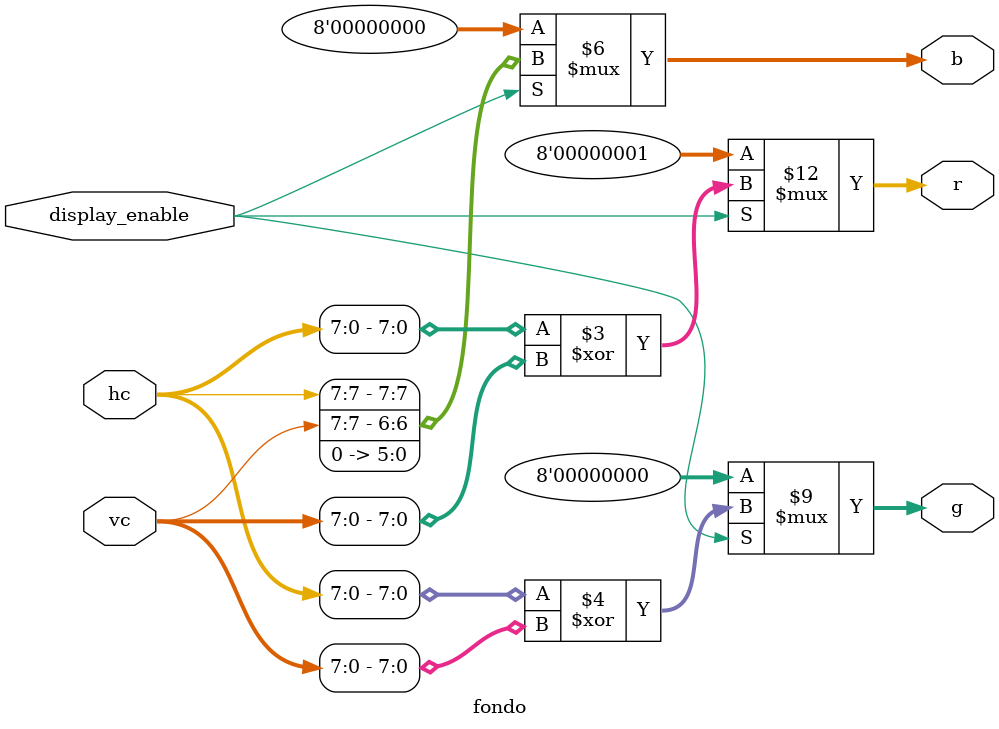
<source format=sv>
module fondo (
  input wire [9:0] hc,
  input wire [8:0] vc,
  input wire display_enable,
  output logic [7:0] r,
  output logic [7:0] g,
  output logic [7:0] b
  );

  always @* begin
    if (display_enable == 1'b1) begin
      r = hc[7:0] ^ vc[7:0];
      g = hc[7:0] ^ vc[7:0];
      b = {hc[7], vc[7], 6'b000000};
    end
    else begin
      r = 2'h11;
      g = 2'h00;
      b = 2'h00;
    end
  end
endmodule

</source>
